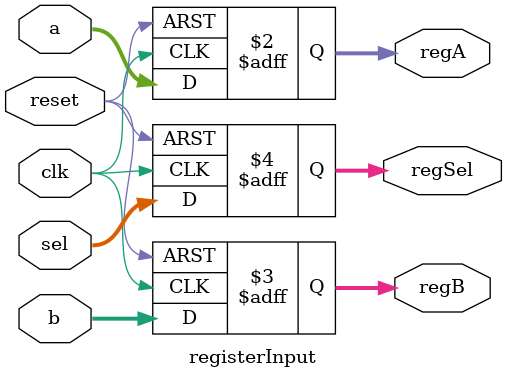
<source format=sv>
module registerInput  #(parameter N=4)(input [3:0] sel, 
													 input [N-1:0] a,b,
													 input clk, reset,
													 output reg [N-1:0] regA, regB,
													 output reg [3:0] regSel);
													 
	always @(posedge clk or posedge reset) begin
	
		if(reset) begin
			regA <= 0;
			regB <= 0;
			regSel <= 0;
			end
		else begin
			regA <= a;
			regB <= b;
			regSel <= sel;
			end
			
	end
	
endmodule
</source>
